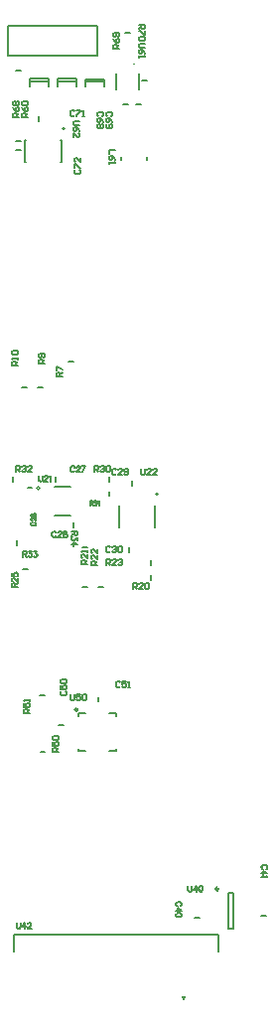
<source format=gbr>
%TF.GenerationSoftware,Altium Limited,Altium Designer,22.6.1 (34)*%
G04 Layer_Color=65535*
%FSLAX45Y45*%
%MOMM*%
%TF.SameCoordinates,41C29604-6FBD-4392-AD62-CF0DA8D1722B*%
%TF.FilePolarity,Positive*%
%TF.FileFunction,Legend,Top*%
%TF.Part,CustomerPanel*%
G01*
G75*
%TA.AperFunction,NonConductor*%
%ADD48C,0.15240*%
%ADD50C,0.20000*%
%ADD51C,0.12700*%
%ADD52C,0.25400*%
%ADD55C,0.25000*%
%ADD84C,0.15000*%
%ADD85C,0.20320*%
D48*
X97758Y4517960D02*
G03*
X97758Y4543360I0J12700D01*
G01*
D02*
G03*
X97758Y4517960I0J-12700D01*
G01*
X234137Y4541360D02*
X370139D01*
X234137Y4297520D02*
X370139D01*
X-114300Y579121D02*
Y726441D01*
X1633220D01*
Y579121D02*
Y726441D01*
X1323340Y203201D02*
X1333500Y177801D01*
X1346200Y203201D01*
D50*
X1117138Y4478440D02*
G03*
X1117138Y4478440I-10000J0D01*
G01*
X782138Y4198440D02*
Y4378440D01*
X1092138Y4198440D02*
Y4378440D01*
X1087138Y4198440D02*
X1092138D01*
X1087138Y4378440D02*
X1092138D01*
X782138Y4198440D02*
X787138D01*
X782138Y4378440D02*
X787138D01*
X892938Y4549339D02*
Y4589339D01*
X702637Y4587439D02*
Y4627439D01*
X867538Y3987364D02*
Y4027364D01*
X1057538Y3876239D02*
Y3916239D01*
X1057538Y3749239D02*
Y3789239D01*
X605988Y3686939D02*
X645988D01*
X472638D02*
X512638D01*
X-35362Y3838042D02*
X4638D01*
X397139Y4198939D02*
Y4238939D01*
X472638Y4023488D02*
X512638D01*
X245237Y4587439D02*
Y4627439D01*
X-123063Y4587439D02*
Y4627439D01*
X2738Y4537340D02*
X42738D01*
X-84165Y4041339D02*
Y4081339D01*
X702640Y4464439D02*
Y4504439D01*
X94300Y5391400D02*
X134300D01*
X-45400D02*
X-5400D01*
X352982Y5606800D02*
X392982D01*
X319700Y7594100D02*
G03*
X319700Y7594100I-10000J0D01*
G01*
X-165100Y8470900D02*
X596900D01*
X-165100Y8216900D02*
Y8470900D01*
Y8216900D02*
X596900D01*
Y8470900D01*
X421478Y7958788D02*
Y8018788D01*
X261478Y7958788D02*
Y8018788D01*
X421478D01*
X261478Y7999788D02*
X421478D01*
X655113Y7956979D02*
Y8016979D01*
X495113Y7956979D02*
Y8016979D01*
X655113D01*
X495113Y7997979D02*
X655113D01*
X-96200Y8091952D02*
X-56200D01*
X95500Y7661900D02*
Y7701900D01*
X-15300Y7494100D02*
X-10300D01*
X-15300Y7314100D02*
X-10300D01*
X289700Y7494100D02*
X294700D01*
X289700Y7314100D02*
X294700D01*
Y7494100D01*
X-15300Y7314100D02*
Y7494100D01*
X-96200Y7486900D02*
X-56200D01*
X-96200Y7410200D02*
X-56200D01*
X818200Y7803900D02*
X858200D01*
X983300Y8007600D02*
X1023300D01*
X839292Y8412700D02*
X879292D01*
X932500Y7803900D02*
X972500D01*
X181600Y7958300D02*
Y8018300D01*
X21600Y7958300D02*
Y8018300D01*
X181600D01*
X21600Y7999300D02*
X181600D01*
X112000Y2279900D02*
X151999D01*
X107000Y2766547D02*
X146999D01*
X271661Y2512227D02*
X311661D01*
X603500Y2710500D02*
Y2750500D01*
X1427800Y869401D02*
X1467800D01*
X1999300Y882901D02*
X2039300D01*
X1719900Y1082901D02*
X1759900D01*
X1719900Y772901D02*
X1759900D01*
X1719900D02*
Y1082901D01*
X1759900Y772901D02*
Y1082901D01*
D51*
X249516Y4150835D02*
X247098Y4155672D01*
X242260Y4160509D01*
X237423Y4162928D01*
X227749D01*
X222912Y4160509D01*
X218075Y4155672D01*
X215657Y4150835D01*
X213238Y4143580D01*
Y4131487D01*
X215657Y4124232D01*
X218075Y4119394D01*
X222912Y4114557D01*
X227749Y4112139D01*
X237423D01*
X242260Y4114557D01*
X247098Y4119394D01*
X249516Y4124232D01*
X266204Y4150835D02*
Y4153254D01*
X268623Y4158091D01*
X271041Y4160509D01*
X275878Y4162928D01*
X285552D01*
X290389Y4160509D01*
X292808Y4158091D01*
X295226Y4153254D01*
Y4148417D01*
X292808Y4143580D01*
X287971Y4136324D01*
X263785Y4112139D01*
X297645D01*
X321105Y4162928D02*
X313849Y4160509D01*
X311430Y4155672D01*
Y4150835D01*
X313849Y4145998D01*
X318686Y4143580D01*
X328360Y4141161D01*
X335616Y4138743D01*
X340453Y4133906D01*
X342871Y4129068D01*
Y4121813D01*
X340453Y4116976D01*
X338034Y4114557D01*
X330779Y4112139D01*
X321105D01*
X313849Y4114557D01*
X311430Y4116976D01*
X309012Y4121813D01*
Y4129068D01*
X311430Y4133906D01*
X316267Y4138743D01*
X323523Y4141161D01*
X333197Y4143580D01*
X338034Y4145998D01*
X340453Y4150835D01*
Y4155672D01*
X338034Y4160509D01*
X330779Y4162928D01*
X321105D01*
X429127Y4162939D02*
X378338D01*
X429127D02*
Y4141172D01*
X426709Y4133917D01*
X424290Y4131498D01*
X419453Y4129079D01*
X414616D01*
X409779Y4131498D01*
X407360Y4133917D01*
X404942Y4141172D01*
Y4162939D01*
Y4146009D02*
X378338Y4129079D01*
X429127Y4112875D02*
Y4086271D01*
X409779Y4100783D01*
Y4093527D01*
X407360Y4088690D01*
X404942Y4086271D01*
X397686Y4083853D01*
X392849D01*
X385594Y4086271D01*
X380757Y4091109D01*
X378338Y4098364D01*
Y4105620D01*
X380757Y4112875D01*
X383175Y4115294D01*
X388012Y4117712D01*
X429127Y4048301D02*
X395268Y4072486D01*
Y4036208D01*
X429127Y4048301D02*
X378338D01*
X971027Y4696331D02*
Y4654011D01*
X979491Y4645547D01*
X996419D01*
X1004882Y4654011D01*
Y4696331D01*
X1055666Y4645547D02*
X1021810D01*
X1055666Y4679403D01*
Y4687867D01*
X1047202Y4696331D01*
X1030274D01*
X1021810Y4687867D01*
X1106449Y4645547D02*
X1072594D01*
X1106449Y4679403D01*
Y4687867D01*
X1097986Y4696331D01*
X1081058D01*
X1072594Y4687867D01*
X577327Y4670947D02*
Y4721731D01*
X602719D01*
X611182Y4713267D01*
Y4696339D01*
X602719Y4687875D01*
X577327D01*
X594255D02*
X611182Y4670947D01*
X628110Y4713267D02*
X636574Y4721731D01*
X653502D01*
X661966Y4713267D01*
Y4704803D01*
X653502Y4696339D01*
X645038D01*
X653502D01*
X661966Y4687875D01*
Y4679411D01*
X653502Y4670947D01*
X636574D01*
X628110Y4679411D01*
X678894Y4713267D02*
X687358Y4721731D01*
X704286D01*
X712749Y4713267D01*
Y4679411D01*
X704286Y4670947D01*
X687358D01*
X678894Y4679411D01*
Y4713267D01*
X678927Y3870847D02*
Y3921631D01*
X704319D01*
X712782Y3913167D01*
Y3896239D01*
X704319Y3887775D01*
X678927D01*
X695855D02*
X712782Y3870847D01*
X763566D02*
X729710D01*
X763566Y3904703D01*
Y3913167D01*
X755102Y3921631D01*
X738174D01*
X729710Y3913167D01*
X780494D02*
X788958Y3921631D01*
X805886D01*
X814349Y3913167D01*
Y3904703D01*
X805886Y3896239D01*
X797422D01*
X805886D01*
X814349Y3887775D01*
Y3879311D01*
X805886Y3870847D01*
X788958D01*
X780494Y3879311D01*
X600985Y3876788D02*
X550202D01*
Y3902179D01*
X558665Y3910643D01*
X575593D01*
X584057Y3902179D01*
Y3876788D01*
Y3893715D02*
X600985Y3910643D01*
Y3961427D02*
Y3927571D01*
X567129Y3961427D01*
X558665D01*
X550202Y3952963D01*
Y3936035D01*
X558665Y3927571D01*
X600985Y4012210D02*
Y3978355D01*
X567129Y4012210D01*
X558665D01*
X550202Y4003746D01*
Y3986819D01*
X558665Y3978355D01*
X517275Y3885252D02*
X466492D01*
Y3910643D01*
X474956Y3919107D01*
X491883D01*
X500347Y3910643D01*
Y3885252D01*
Y3902179D02*
X517275Y3919107D01*
Y3969891D02*
Y3936035D01*
X483420Y3969891D01*
X474956D01*
X466492Y3961427D01*
Y3944499D01*
X474956Y3936035D01*
X517275Y3986819D02*
Y4003746D01*
Y3995283D01*
X466492D01*
X474956Y3986819D01*
X903315Y3668445D02*
Y3719228D01*
X928707D01*
X937171Y3710764D01*
Y3693837D01*
X928707Y3685373D01*
X903315D01*
X920243D02*
X937171Y3668445D01*
X987955D02*
X954099D01*
X987955Y3702300D01*
Y3710764D01*
X979491Y3719228D01*
X962563D01*
X954099Y3710764D01*
X1004882D02*
X1013346Y3719228D01*
X1030274D01*
X1038738Y3710764D01*
Y3676909D01*
X1030274Y3668445D01*
X1013346D01*
X1004882Y3676909D01*
Y3710764D01*
X712782Y4024292D02*
X704319Y4032756D01*
X687391D01*
X678927Y4024292D01*
Y3990437D01*
X687391Y3981973D01*
X704319D01*
X712782Y3990437D01*
X729710Y4024292D02*
X738174Y4032756D01*
X755102D01*
X763566Y4024292D01*
Y4015828D01*
X755102Y4007365D01*
X746638D01*
X755102D01*
X763566Y3998901D01*
Y3990437D01*
X755102Y3981973D01*
X738174D01*
X729710Y3990437D01*
X780494Y4024292D02*
X788958Y4032756D01*
X805886D01*
X814349Y4024292D01*
Y3990437D01*
X805886Y3981973D01*
X788958D01*
X780494Y3990437D01*
Y4024292D01*
X762083Y4685920D02*
X753619Y4694384D01*
X736691D01*
X728227Y4685920D01*
Y4652065D01*
X736691Y4643601D01*
X753619D01*
X762083Y4652065D01*
X812866Y4643601D02*
X779011D01*
X812866Y4677456D01*
Y4685920D01*
X804403Y4694384D01*
X787475D01*
X779011Y4685920D01*
X829794Y4652065D02*
X838258Y4643601D01*
X855186D01*
X863650Y4652065D01*
Y4685920D01*
X855186Y4694384D01*
X838258D01*
X829794Y4685920D01*
Y4677456D01*
X838258Y4668992D01*
X863650D01*
X-91562Y4668992D02*
Y4719776D01*
X-66171D01*
X-57707Y4711312D01*
Y4694384D01*
X-66171Y4685920D01*
X-91562D01*
X-74635D02*
X-57707Y4668992D01*
X-40779Y4711312D02*
X-32315Y4719776D01*
X-15387D01*
X-6923Y4711312D01*
Y4702848D01*
X-15387Y4694384D01*
X-23851D01*
X-15387D01*
X-6923Y4685920D01*
Y4677456D01*
X-15387Y4668992D01*
X-32315D01*
X-40779Y4677456D01*
X43860Y4668992D02*
X10005D01*
X43860Y4702848D01*
Y4711312D01*
X35396Y4719776D01*
X18469D01*
X10005Y4711312D01*
X-128848Y3686939D02*
X-78059D01*
X-128848D02*
Y3708706D01*
X-126430Y3715961D01*
X-124011Y3718380D01*
X-119174Y3720798D01*
X-114337D01*
X-109500Y3718380D01*
X-107082Y3715961D01*
X-104663Y3708706D01*
Y3686939D01*
Y3703868D02*
X-78059Y3720798D01*
X-116756Y3734584D02*
X-119174D01*
X-124011Y3737002D01*
X-126430Y3739421D01*
X-128848Y3744258D01*
Y3753932D01*
X-126430Y3758769D01*
X-124011Y3761188D01*
X-119174Y3763606D01*
X-114337D01*
X-109500Y3761188D01*
X-102245Y3756351D01*
X-78059Y3732165D01*
Y3766025D01*
X-128848Y3806414D02*
Y3782229D01*
X-107082Y3779810D01*
X-109500Y3782229D01*
X-111919Y3789484D01*
Y3796740D01*
X-109500Y3803995D01*
X-104663Y3808833D01*
X-97407Y3811251D01*
X-92571D01*
X-85315Y3808833D01*
X-80478Y3803995D01*
X-78059Y3796740D01*
Y3789484D01*
X-80478Y3782229D01*
X-82896Y3779810D01*
X-87733Y3777392D01*
X536676Y4421990D02*
Y4383899D01*
Y4421990D02*
X553001D01*
X558442Y4420177D01*
X560256Y4418363D01*
X562070Y4414735D01*
Y4411107D01*
X560256Y4407479D01*
X558442Y4405665D01*
X553001Y4403851D01*
X536676D01*
X549373D02*
X562070Y4383899D01*
X574223Y4421990D02*
X594176D01*
X583293Y4407479D01*
X588734D01*
X592362Y4405665D01*
X594176Y4403851D01*
X595990Y4398410D01*
Y4394782D01*
X594176Y4389340D01*
X590548Y4385712D01*
X585107Y4383899D01*
X579665D01*
X574223Y4385712D01*
X572409Y4387526D01*
X570596Y4391154D01*
X604515Y4414735D02*
X608143Y4416549D01*
X613585Y4421990D01*
Y4383899D01*
X97758Y4638228D02*
Y4601950D01*
X100177Y4594694D01*
X105014Y4589857D01*
X112269Y4587439D01*
X117106D01*
X124362Y4589857D01*
X129199Y4594694D01*
X131617Y4601950D01*
Y4638228D01*
X148063Y4626135D02*
Y4628554D01*
X150482Y4633391D01*
X152900Y4635809D01*
X157738Y4638228D01*
X167412D01*
X172249Y4635809D01*
X174667Y4633391D01*
X177086Y4628554D01*
Y4623717D01*
X174667Y4618880D01*
X169830Y4611624D01*
X145645Y4587439D01*
X179504D01*
X190871Y4628554D02*
X195709Y4630972D01*
X202964Y4638228D01*
Y4587439D01*
X-35362Y3995288D02*
Y3944499D01*
Y3995288D02*
X-13595D01*
X-6340Y3992869D01*
X-3921Y3990451D01*
X-1502Y3985614D01*
Y3980777D01*
X-3921Y3975940D01*
X-6340Y3973521D01*
X-13595Y3971103D01*
X-35362D01*
X-18432D02*
X-1502Y3944499D01*
X14702Y3995288D02*
X41305D01*
X26794Y3975940D01*
X34050D01*
X38887Y3973521D01*
X41305Y3971103D01*
X43724Y3963847D01*
Y3959010D01*
X41305Y3951754D01*
X36468Y3946917D01*
X29213Y3944499D01*
X21957D01*
X14702Y3946917D01*
X12283Y3949336D01*
X9865Y3954173D01*
X59928Y3995288D02*
X86532D01*
X72021Y3975940D01*
X79276D01*
X84113Y3973521D01*
X86532Y3971103D01*
X88951Y3963847D01*
Y3959010D01*
X86532Y3951754D01*
X81695Y3946917D01*
X74439Y3944499D01*
X67184D01*
X59928Y3946917D01*
X57510Y3949336D01*
X55091Y3954173D01*
X406417Y4707689D02*
X403998Y4712526D01*
X399161Y4717363D01*
X394324Y4719781D01*
X384650D01*
X379813Y4717363D01*
X374976Y4712526D01*
X372558Y4707689D01*
X370139Y4700433D01*
Y4688340D01*
X372558Y4681085D01*
X374976Y4676248D01*
X379813Y4671411D01*
X384650Y4668992D01*
X394324D01*
X399161Y4671411D01*
X403998Y4676248D01*
X406417Y4681085D01*
X423105Y4707689D02*
Y4710107D01*
X425523Y4714944D01*
X427942Y4717363D01*
X432779Y4719781D01*
X442453D01*
X447290Y4717363D01*
X449709Y4714944D01*
X452127Y4710107D01*
Y4705270D01*
X449709Y4700433D01*
X444872Y4693178D01*
X420686Y4668992D01*
X454546D01*
X499772Y4719781D02*
X475587Y4668992D01*
X465913Y4719781D02*
X499772D01*
X45031Y4239672D02*
X41162Y4237738D01*
X37292Y4233868D01*
X35357Y4229998D01*
Y4222259D01*
X37292Y4218390D01*
X41162Y4214520D01*
X45031Y4212585D01*
X50836Y4210650D01*
X60510D01*
X66315Y4212585D01*
X70184Y4214520D01*
X74054Y4218390D01*
X75989Y4222259D01*
Y4229998D01*
X74054Y4233868D01*
X70184Y4237738D01*
X66315Y4239672D01*
X45031Y4253023D02*
X43097D01*
X39227Y4254958D01*
X37292Y4256892D01*
X35357Y4260762D01*
Y4268501D01*
X37292Y4272371D01*
X39227Y4274306D01*
X43097Y4276241D01*
X46966D01*
X50836Y4274306D01*
X56640Y4270436D01*
X75989Y4251088D01*
Y4278176D01*
X41162Y4310487D02*
X37292Y4308552D01*
X35357Y4302748D01*
Y4298878D01*
X37292Y4293074D01*
X43097Y4289204D01*
X52771Y4287269D01*
X62445D01*
X70184Y4289204D01*
X74054Y4293074D01*
X75989Y4298878D01*
Y4300813D01*
X74054Y4306617D01*
X70184Y4310487D01*
X64380Y4312422D01*
X62445D01*
X56640Y4310487D01*
X52771Y4306617D01*
X50836Y4300813D01*
Y4298878D01*
X52771Y4293074D01*
X56640Y4289204D01*
X62445Y4287269D01*
X-77554Y5575321D02*
X-128337D01*
Y5600713D01*
X-119874Y5609176D01*
X-102946D01*
X-94482Y5600713D01*
Y5575321D01*
Y5592249D02*
X-77554Y5609176D01*
Y5626104D02*
Y5643032D01*
Y5634568D01*
X-128337D01*
X-119874Y5626104D01*
Y5668424D02*
X-128337Y5676888D01*
Y5693816D01*
X-119874Y5702280D01*
X-86018D01*
X-77554Y5693816D01*
Y5676888D01*
X-86018Y5668424D01*
X-119874D01*
X153123Y5596481D02*
X102340D01*
Y5621872D01*
X110803Y5630336D01*
X127731D01*
X136195Y5621872D01*
Y5596481D01*
Y5613408D02*
X153123Y5630336D01*
X144659Y5647264D02*
X153123Y5655728D01*
Y5672656D01*
X144659Y5681120D01*
X110803D01*
X102340Y5672656D01*
Y5655728D01*
X110803Y5647264D01*
X119267D01*
X127731Y5655728D01*
Y5681120D01*
X254011Y5486400D02*
X304800D01*
X254011D02*
Y5508167D01*
X256430Y5515422D01*
X258848Y5517841D01*
X263685Y5520259D01*
X268522D01*
X273359Y5517841D01*
X275778Y5515422D01*
X278196Y5508167D01*
Y5486400D01*
Y5503330D02*
X304800Y5520259D01*
X254011Y5565486D02*
X304800Y5541301D01*
X254011Y5531626D02*
Y5565486D01*
X804400Y7325600D02*
Y7355600D01*
X1024400Y7325600D02*
Y7355600D01*
X760392Y7931600D02*
Y8061600D01*
X958192Y7931600D02*
Y8061600D01*
X446870Y7661811D02*
X404550D01*
X396086Y7653347D01*
Y7636419D01*
X404550Y7627956D01*
X446870D01*
Y7577172D02*
X438406Y7594100D01*
X421478Y7611028D01*
X404550D01*
X396086Y7602564D01*
Y7585636D01*
X404550Y7577172D01*
X413014D01*
X421478Y7585636D01*
Y7611028D01*
X396086Y7526389D02*
Y7560244D01*
X429942Y7526389D01*
X438406D01*
X446870Y7534852D01*
Y7551780D01*
X438406Y7560244D01*
X1008692Y8319327D02*
X966372D01*
X957908Y8310863D01*
Y8293935D01*
X966372Y8285472D01*
X1008692D01*
Y8234688D02*
X1000228Y8251616D01*
X983300Y8268544D01*
X966372D01*
X957908Y8260080D01*
Y8243152D01*
X966372Y8234688D01*
X974836D01*
X983300Y8243152D01*
Y8268544D01*
X957908Y8217760D02*
Y8200832D01*
Y8209296D01*
X1008692D01*
X1000228Y8217760D01*
X957908Y8480411D02*
X1008692D01*
Y8455019D01*
X1000228Y8446556D01*
X983300D01*
X974836Y8455019D01*
Y8480411D01*
Y8463483D02*
X957908Y8446556D01*
X1008692Y8429628D02*
Y8395772D01*
X1000228D01*
X966372Y8429628D01*
X957908D01*
X1000228Y8378844D02*
X1008692Y8370380D01*
Y8353452D01*
X1000228Y8344989D01*
X966372D01*
X957908Y8353452D01*
Y8370380D01*
X966372Y8378844D01*
X1000228D01*
X785783Y8276189D02*
X735000D01*
Y8301581D01*
X743464Y8310044D01*
X760391D01*
X768855Y8301581D01*
Y8276189D01*
Y8293117D02*
X785783Y8310044D01*
X735000Y8360828D02*
X743464Y8343900D01*
X760391Y8326972D01*
X777319D01*
X785783Y8335436D01*
Y8352364D01*
X777319Y8360828D01*
X768855D01*
X760391Y8352364D01*
Y8326972D01*
X777319Y8377756D02*
X785783Y8386220D01*
Y8403148D01*
X777319Y8411611D01*
X743464D01*
X735000Y8403148D01*
Y8386220D01*
X743464Y8377756D01*
X751928D01*
X760391Y8386220D01*
Y8411611D01*
X-70809Y7689816D02*
X-121592D01*
Y7715208D01*
X-113128Y7723672D01*
X-96200D01*
X-87736Y7715208D01*
Y7689816D01*
Y7706744D02*
X-70809Y7723672D01*
X-121592Y7774455D02*
X-113128Y7757528D01*
X-96200Y7740600D01*
X-79273D01*
X-70809Y7749064D01*
Y7765992D01*
X-79273Y7774455D01*
X-87736D01*
X-96200Y7765992D01*
Y7740600D01*
X-113128Y7791383D02*
X-121592Y7799847D01*
Y7816775D01*
X-113128Y7825239D01*
X-104664D01*
X-96200Y7816775D01*
X-87736Y7825239D01*
X-79273D01*
X-70809Y7816775D01*
Y7799847D01*
X-79273Y7791383D01*
X-87736D01*
X-96200Y7799847D01*
X-104664Y7791383D01*
X-113128D01*
X-96200Y7799847D02*
Y7816775D01*
X10092Y7689816D02*
X-40692D01*
Y7715208D01*
X-32228Y7723672D01*
X-15300D01*
X-6836Y7715208D01*
Y7689816D01*
Y7706744D02*
X10092Y7723672D01*
X-40692Y7774455D02*
X-32228Y7757527D01*
X-15300Y7740599D01*
X1628D01*
X10092Y7749063D01*
Y7765991D01*
X1628Y7774455D01*
X-6836D01*
X-15300Y7765991D01*
Y7740599D01*
X-32228Y7791383D02*
X-40692Y7799847D01*
Y7816775D01*
X-32228Y7825239D01*
X1628D01*
X10092Y7816775D01*
Y7799847D01*
X1628Y7791383D01*
X-32228D01*
X749292Y7414848D02*
X698508D01*
Y7380992D01*
X749292Y7330208D02*
X740828Y7347136D01*
X723900Y7364064D01*
X706972D01*
X698508Y7355600D01*
Y7338672D01*
X706972Y7330208D01*
X715436D01*
X723900Y7338672D01*
Y7364064D01*
X698508Y7313281D02*
Y7296353D01*
Y7304816D01*
X749292D01*
X740828Y7313281D01*
X414872Y7243245D02*
X406408Y7234781D01*
Y7217853D01*
X414872Y7209389D01*
X448727D01*
X457191Y7217853D01*
Y7234781D01*
X448727Y7243245D01*
X406408Y7260172D02*
Y7294028D01*
X414872D01*
X448727Y7260172D01*
X457191D01*
Y7344812D02*
Y7310956D01*
X423336Y7344812D01*
X414872D01*
X406408Y7336348D01*
Y7319420D01*
X414872Y7310956D01*
X406408Y7743707D02*
X397945Y7752171D01*
X381017D01*
X372553Y7743707D01*
Y7709851D01*
X381017Y7701387D01*
X397945D01*
X406408Y7709851D01*
X423336Y7752171D02*
X457192D01*
Y7743707D01*
X423336Y7709851D01*
Y7701387D01*
X474120D02*
X491048D01*
X482584D01*
Y7752171D01*
X474120Y7743707D01*
X715436Y7697155D02*
X723900Y7705619D01*
Y7722547D01*
X715436Y7731011D01*
X681581D01*
X673117Y7722547D01*
Y7705619D01*
X681581Y7697155D01*
X723900Y7646372D02*
X715436Y7663300D01*
X698508Y7680227D01*
X681581D01*
X673117Y7671763D01*
Y7654836D01*
X681581Y7646372D01*
X690044D01*
X698508Y7654836D01*
Y7680227D01*
X681581Y7629444D02*
X673117Y7620980D01*
Y7604052D01*
X681581Y7595588D01*
X715436D01*
X723900Y7604052D01*
Y7620980D01*
X715436Y7629444D01*
X706972D01*
X698508Y7620980D01*
Y7595588D01*
X640028Y7697155D02*
X648492Y7705619D01*
Y7722547D01*
X640028Y7731011D01*
X606172D01*
X597708Y7722547D01*
Y7705619D01*
X606172Y7697155D01*
X648492Y7646372D02*
X640028Y7663300D01*
X623100Y7680227D01*
X606172D01*
X597708Y7671763D01*
Y7654836D01*
X606172Y7646372D01*
X614636D01*
X623100Y7654836D01*
Y7680227D01*
X640028Y7629444D02*
X648492Y7620980D01*
Y7604052D01*
X640028Y7595588D01*
X631564D01*
X623100Y7604052D01*
X614636Y7595588D01*
X606172D01*
X597708Y7604052D01*
Y7620980D01*
X606172Y7629444D01*
X614636D01*
X623100Y7620980D01*
X631564Y7629444D01*
X640028D01*
X623100Y7620980D02*
Y7604052D01*
X791415Y2874428D02*
X782952Y2882892D01*
X766024D01*
X757560Y2874428D01*
Y2840572D01*
X766024Y2832108D01*
X782952D01*
X791415Y2840572D01*
X842199Y2882892D02*
X808343D01*
Y2857500D01*
X825271Y2865964D01*
X833735D01*
X842199Y2857500D01*
Y2840572D01*
X833735Y2832108D01*
X816807D01*
X808343Y2840572D01*
X859127Y2832108D02*
X876055D01*
X867591D01*
Y2882892D01*
X859127Y2874428D01*
X372188Y2775892D02*
Y2733572D01*
X380653Y2725108D01*
X397580D01*
X406044Y2733572D01*
Y2775892D01*
X456828D02*
X422972D01*
Y2750500D01*
X439900Y2758964D01*
X448364D01*
X456828Y2750500D01*
Y2733572D01*
X448364Y2725108D01*
X431436D01*
X422972Y2733572D01*
X473755Y2767428D02*
X482220Y2775892D01*
X499147D01*
X507611Y2767428D01*
Y2733572D01*
X499147Y2725108D01*
X482220D01*
X473755Y2733572D01*
Y2767428D01*
X25392Y2615853D02*
X-25392D01*
Y2641245D01*
X-16928Y2649708D01*
X-0D01*
X8464Y2641245D01*
Y2615853D01*
Y2632781D02*
X25392Y2649708D01*
X-25392Y2700492D02*
Y2666636D01*
X-0D01*
X-8464Y2683564D01*
Y2692028D01*
X-0Y2700492D01*
X16928D01*
X25392Y2692028D01*
Y2675100D01*
X16928Y2666636D01*
X25392Y2717420D02*
Y2734348D01*
Y2725884D01*
X-25392D01*
X-16928Y2717420D01*
X266691Y2281529D02*
X215908D01*
Y2306921D01*
X224372Y2315384D01*
X241299D01*
X249764Y2306921D01*
Y2281529D01*
Y2298457D02*
X266691Y2315384D01*
X215908Y2366168D02*
Y2332312D01*
X241299D01*
X232836Y2349240D01*
Y2357704D01*
X241299Y2366168D01*
X258227D01*
X266691Y2357704D01*
Y2340776D01*
X258227Y2332312D01*
X224372Y2383096D02*
X215908Y2391560D01*
Y2408488D01*
X224372Y2416951D01*
X258227D01*
X266691Y2408488D01*
Y2391560D01*
X258227Y2383096D01*
X224372D01*
X294733Y2798253D02*
X286269Y2789789D01*
Y2772861D01*
X294733Y2764397D01*
X328588D01*
X337052Y2772861D01*
Y2789789D01*
X328588Y2798253D01*
X286269Y2849036D02*
Y2815181D01*
X311661D01*
X303197Y2832109D01*
Y2840573D01*
X311661Y2849036D01*
X328588D01*
X337052Y2840573D01*
Y2823645D01*
X328588Y2815181D01*
X294733Y2865964D02*
X286269Y2874428D01*
Y2891356D01*
X294733Y2899820D01*
X328588D01*
X337052Y2891356D01*
Y2874428D01*
X328588Y2865964D01*
X294733D01*
X-88900Y825490D02*
Y789212D01*
X-86481Y781957D01*
X-81644Y777120D01*
X-74389Y774701D01*
X-69552D01*
X-62296Y777120D01*
X-57459Y781957D01*
X-55041Y789212D01*
Y825490D01*
X-16828D02*
X-41013Y791631D01*
X-4735D01*
X-16828Y825490D02*
Y774701D01*
X6632Y813397D02*
Y815816D01*
X9051Y820653D01*
X11469Y823072D01*
X16306Y825490D01*
X25980D01*
X30817Y823072D01*
X33236Y820653D01*
X35654Y815816D01*
Y810979D01*
X33236Y806142D01*
X28399Y798886D01*
X4213Y774701D01*
X38073D01*
X1371600Y1142990D02*
Y1106712D01*
X1374019Y1099457D01*
X1378856Y1094620D01*
X1386111Y1092201D01*
X1390948D01*
X1398204Y1094620D01*
X1403041Y1099457D01*
X1405459Y1106712D01*
Y1142990D01*
X1443672D02*
X1419487Y1109131D01*
X1455765D01*
X1443672Y1142990D02*
Y1092201D01*
X1479225Y1142990D02*
X1471969Y1140572D01*
X1467132Y1133316D01*
X1464713Y1121223D01*
Y1113968D01*
X1467132Y1101875D01*
X1471969Y1094620D01*
X1479225Y1092201D01*
X1484062D01*
X1491317Y1094620D01*
X1496154Y1101875D01*
X1498573Y1113968D01*
Y1121223D01*
X1496154Y1133316D01*
X1491317Y1140572D01*
X1484062Y1142990D01*
X1479225D01*
X2037996Y1284523D02*
X2042834Y1286942D01*
X2047671Y1291779D01*
X2050089Y1296616D01*
Y1306290D01*
X2047671Y1311127D01*
X2042834Y1315964D01*
X2037996Y1318382D01*
X2030741Y1320801D01*
X2018648D01*
X2011393Y1318382D01*
X2006556Y1315964D01*
X2001719Y1311127D01*
X1999300Y1306290D01*
Y1296616D01*
X2001719Y1291779D01*
X2006556Y1286942D01*
X2011393Y1284523D01*
X2050089Y1246068D02*
X2016230Y1270254D01*
Y1233976D01*
X2050089Y1246068D02*
X1999300D01*
X2040415Y1225027D02*
X2042834Y1220190D01*
X2050089Y1212935D01*
X1999300D01*
X1308696Y967023D02*
X1313534Y969442D01*
X1318370Y974279D01*
X1320789Y979116D01*
Y988790D01*
X1318370Y993627D01*
X1313534Y998464D01*
X1308696Y1000882D01*
X1301441Y1003301D01*
X1289348D01*
X1282093Y1000882D01*
X1277256Y998464D01*
X1272419Y993627D01*
X1270000Y988790D01*
Y979116D01*
X1272419Y974279D01*
X1277256Y969442D01*
X1282093Y967023D01*
X1320789Y928568D02*
X1286930Y952754D01*
Y916476D01*
X1320789Y928568D02*
X1270000D01*
X1320789Y893016D02*
X1318370Y900272D01*
X1311115Y905109D01*
X1299022Y907527D01*
X1291767D01*
X1279674Y905109D01*
X1272419Y900272D01*
X1270000Y893016D01*
Y888179D01*
X1272419Y880924D01*
X1279674Y876086D01*
X1291767Y873668D01*
X1299022D01*
X1311115Y876086D01*
X1318370Y880924D01*
X1320789Y888179D01*
Y893016D01*
D52*
X429900Y2640300D02*
G03*
X429900Y2640300I-10000J0D01*
G01*
D55*
X1632400Y1112901D02*
G03*
X1632400Y1112901I-12500J0D01*
G01*
D84*
X914292Y8146600D02*
G03*
X914292Y8146600I-5000J0D01*
G01*
D85*
X699900Y2610300D02*
X759900D01*
Y2590300D02*
Y2610300D01*
X439900Y2290300D02*
Y2310300D01*
Y2290300D02*
X499900D01*
X699900D02*
X759900D01*
Y2310300D01*
X439900Y2590300D02*
Y2610300D01*
X499900D01*
%TF.MD5,5f25cd554dd6b3e524e4ebdcebb4bdba*%
M02*

</source>
